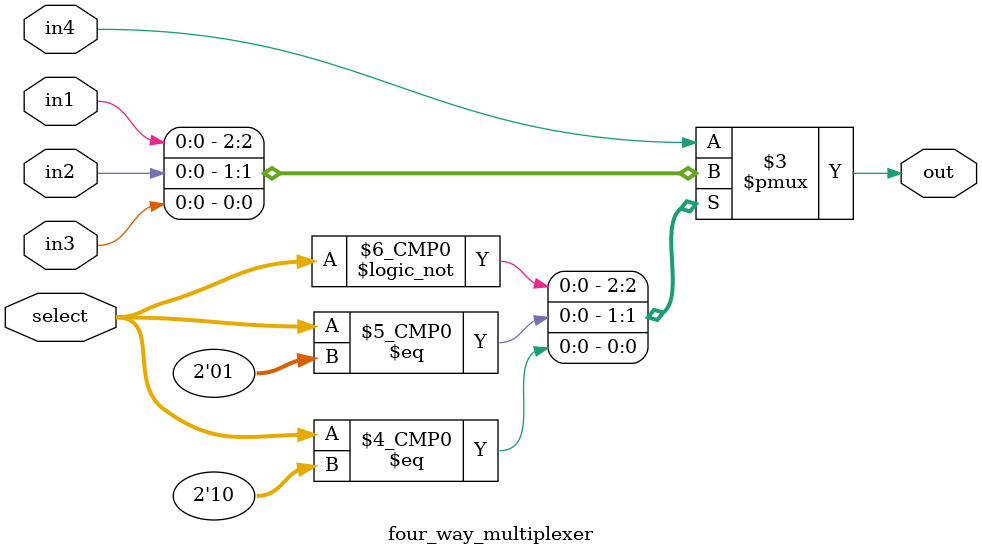
<source format=v>
module four_way_multiplexer
(
    input in1,
    input in2,
    input in3,
    input in4,
    input [1:0] select,
    output reg out
);

    always @(*) begin
        case(select)
            0:
                out = in1;
            1:
                out = in2;
            2:
                out = in3;
            default:
                out = in4;
        endcase
    end

endmodule

</source>
